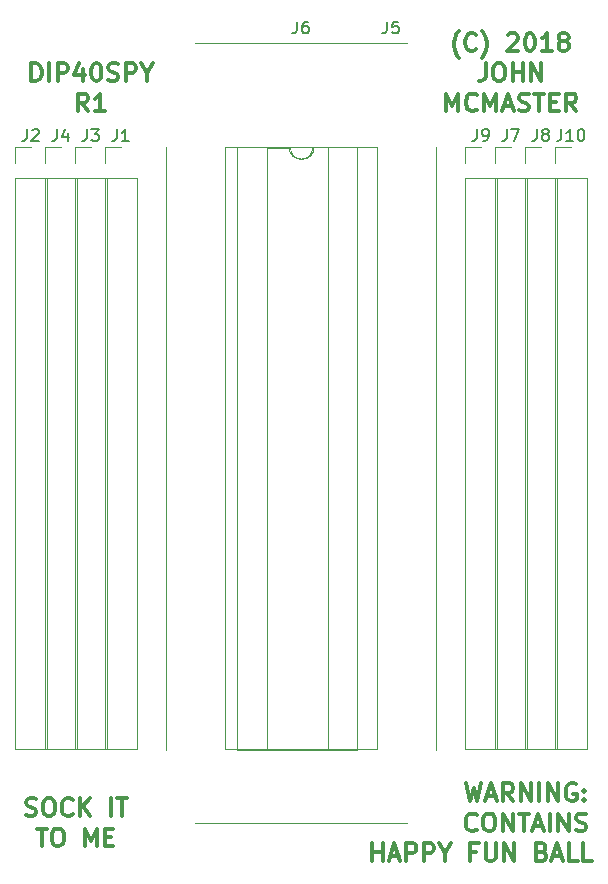
<source format=gbr>
G04 #@! TF.FileFunction,Legend,Top*
%FSLAX46Y46*%
G04 Gerber Fmt 4.6, Leading zero omitted, Abs format (unit mm)*
G04 Created by KiCad (PCBNEW 4.0.7-e2-6376~58~ubuntu16.04.1) date Tue Aug  7 11:06:41 2018*
%MOMM*%
%LPD*%
G01*
G04 APERTURE LIST*
%ADD10C,0.100000*%
%ADD11C,0.300000*%
%ADD12C,0.120000*%
%ADD13C,0.150000*%
G04 APERTURE END LIST*
D10*
D11*
X201938571Y-157923571D02*
X202295714Y-159423571D01*
X202581428Y-158352143D01*
X202867142Y-159423571D01*
X203224285Y-157923571D01*
X203724285Y-158995000D02*
X204438571Y-158995000D01*
X203581428Y-159423571D02*
X204081428Y-157923571D01*
X204581428Y-159423571D01*
X205938571Y-159423571D02*
X205438571Y-158709286D01*
X205081428Y-159423571D02*
X205081428Y-157923571D01*
X205652856Y-157923571D01*
X205795714Y-157995000D01*
X205867142Y-158066429D01*
X205938571Y-158209286D01*
X205938571Y-158423571D01*
X205867142Y-158566429D01*
X205795714Y-158637857D01*
X205652856Y-158709286D01*
X205081428Y-158709286D01*
X206581428Y-159423571D02*
X206581428Y-157923571D01*
X207438571Y-159423571D01*
X207438571Y-157923571D01*
X208152857Y-159423571D02*
X208152857Y-157923571D01*
X208867143Y-159423571D02*
X208867143Y-157923571D01*
X209724286Y-159423571D01*
X209724286Y-157923571D01*
X211224286Y-157995000D02*
X211081429Y-157923571D01*
X210867143Y-157923571D01*
X210652858Y-157995000D01*
X210510000Y-158137857D01*
X210438572Y-158280714D01*
X210367143Y-158566429D01*
X210367143Y-158780714D01*
X210438572Y-159066429D01*
X210510000Y-159209286D01*
X210652858Y-159352143D01*
X210867143Y-159423571D01*
X211010000Y-159423571D01*
X211224286Y-159352143D01*
X211295715Y-159280714D01*
X211295715Y-158780714D01*
X211010000Y-158780714D01*
X211938572Y-159280714D02*
X212010000Y-159352143D01*
X211938572Y-159423571D01*
X211867143Y-159352143D01*
X211938572Y-159280714D01*
X211938572Y-159423571D01*
X211938572Y-158495000D02*
X212010000Y-158566429D01*
X211938572Y-158637857D01*
X211867143Y-158566429D01*
X211938572Y-158495000D01*
X211938572Y-158637857D01*
X202831429Y-161830714D02*
X202760000Y-161902143D01*
X202545714Y-161973571D01*
X202402857Y-161973571D01*
X202188572Y-161902143D01*
X202045714Y-161759286D01*
X201974286Y-161616429D01*
X201902857Y-161330714D01*
X201902857Y-161116429D01*
X201974286Y-160830714D01*
X202045714Y-160687857D01*
X202188572Y-160545000D01*
X202402857Y-160473571D01*
X202545714Y-160473571D01*
X202760000Y-160545000D01*
X202831429Y-160616429D01*
X203760000Y-160473571D02*
X204045714Y-160473571D01*
X204188572Y-160545000D01*
X204331429Y-160687857D01*
X204402857Y-160973571D01*
X204402857Y-161473571D01*
X204331429Y-161759286D01*
X204188572Y-161902143D01*
X204045714Y-161973571D01*
X203760000Y-161973571D01*
X203617143Y-161902143D01*
X203474286Y-161759286D01*
X203402857Y-161473571D01*
X203402857Y-160973571D01*
X203474286Y-160687857D01*
X203617143Y-160545000D01*
X203760000Y-160473571D01*
X205045715Y-161973571D02*
X205045715Y-160473571D01*
X205902858Y-161973571D01*
X205902858Y-160473571D01*
X206402858Y-160473571D02*
X207260001Y-160473571D01*
X206831430Y-161973571D02*
X206831430Y-160473571D01*
X207688572Y-161545000D02*
X208402858Y-161545000D01*
X207545715Y-161973571D02*
X208045715Y-160473571D01*
X208545715Y-161973571D01*
X209045715Y-161973571D02*
X209045715Y-160473571D01*
X209760001Y-161973571D02*
X209760001Y-160473571D01*
X210617144Y-161973571D01*
X210617144Y-160473571D01*
X211260001Y-161902143D02*
X211474287Y-161973571D01*
X211831430Y-161973571D01*
X211974287Y-161902143D01*
X212045716Y-161830714D01*
X212117144Y-161687857D01*
X212117144Y-161545000D01*
X212045716Y-161402143D01*
X211974287Y-161330714D01*
X211831430Y-161259286D01*
X211545716Y-161187857D01*
X211402858Y-161116429D01*
X211331430Y-161045000D01*
X211260001Y-160902143D01*
X211260001Y-160759286D01*
X211331430Y-160616429D01*
X211402858Y-160545000D01*
X211545716Y-160473571D01*
X211902858Y-160473571D01*
X212117144Y-160545000D01*
X194021429Y-164508571D02*
X194021429Y-163008571D01*
X194021429Y-163722857D02*
X194878572Y-163722857D01*
X194878572Y-164508571D02*
X194878572Y-163008571D01*
X195521429Y-164080000D02*
X196235715Y-164080000D01*
X195378572Y-164508571D02*
X195878572Y-163008571D01*
X196378572Y-164508571D01*
X196878572Y-164508571D02*
X196878572Y-163008571D01*
X197450000Y-163008571D01*
X197592858Y-163080000D01*
X197664286Y-163151429D01*
X197735715Y-163294286D01*
X197735715Y-163508571D01*
X197664286Y-163651429D01*
X197592858Y-163722857D01*
X197450000Y-163794286D01*
X196878572Y-163794286D01*
X198378572Y-164508571D02*
X198378572Y-163008571D01*
X198950000Y-163008571D01*
X199092858Y-163080000D01*
X199164286Y-163151429D01*
X199235715Y-163294286D01*
X199235715Y-163508571D01*
X199164286Y-163651429D01*
X199092858Y-163722857D01*
X198950000Y-163794286D01*
X198378572Y-163794286D01*
X200164286Y-163794286D02*
X200164286Y-164508571D01*
X199664286Y-163008571D02*
X200164286Y-163794286D01*
X200664286Y-163008571D01*
X202807143Y-163722857D02*
X202307143Y-163722857D01*
X202307143Y-164508571D02*
X202307143Y-163008571D01*
X203021429Y-163008571D01*
X203592857Y-163008571D02*
X203592857Y-164222857D01*
X203664285Y-164365714D01*
X203735714Y-164437143D01*
X203878571Y-164508571D01*
X204164285Y-164508571D01*
X204307143Y-164437143D01*
X204378571Y-164365714D01*
X204450000Y-164222857D01*
X204450000Y-163008571D01*
X205164286Y-164508571D02*
X205164286Y-163008571D01*
X206021429Y-164508571D01*
X206021429Y-163008571D01*
X208378572Y-163722857D02*
X208592858Y-163794286D01*
X208664286Y-163865714D01*
X208735715Y-164008571D01*
X208735715Y-164222857D01*
X208664286Y-164365714D01*
X208592858Y-164437143D01*
X208450000Y-164508571D01*
X207878572Y-164508571D01*
X207878572Y-163008571D01*
X208378572Y-163008571D01*
X208521429Y-163080000D01*
X208592858Y-163151429D01*
X208664286Y-163294286D01*
X208664286Y-163437143D01*
X208592858Y-163580000D01*
X208521429Y-163651429D01*
X208378572Y-163722857D01*
X207878572Y-163722857D01*
X209307143Y-164080000D02*
X210021429Y-164080000D01*
X209164286Y-164508571D02*
X209664286Y-163008571D01*
X210164286Y-164508571D01*
X211378572Y-164508571D02*
X210664286Y-164508571D01*
X210664286Y-163008571D01*
X212592858Y-164508571D02*
X211878572Y-164508571D01*
X211878572Y-163008571D01*
X164695714Y-160622143D02*
X164910000Y-160693571D01*
X165267143Y-160693571D01*
X165410000Y-160622143D01*
X165481429Y-160550714D01*
X165552857Y-160407857D01*
X165552857Y-160265000D01*
X165481429Y-160122143D01*
X165410000Y-160050714D01*
X165267143Y-159979286D01*
X164981429Y-159907857D01*
X164838571Y-159836429D01*
X164767143Y-159765000D01*
X164695714Y-159622143D01*
X164695714Y-159479286D01*
X164767143Y-159336429D01*
X164838571Y-159265000D01*
X164981429Y-159193571D01*
X165338571Y-159193571D01*
X165552857Y-159265000D01*
X166481428Y-159193571D02*
X166767142Y-159193571D01*
X166910000Y-159265000D01*
X167052857Y-159407857D01*
X167124285Y-159693571D01*
X167124285Y-160193571D01*
X167052857Y-160479286D01*
X166910000Y-160622143D01*
X166767142Y-160693571D01*
X166481428Y-160693571D01*
X166338571Y-160622143D01*
X166195714Y-160479286D01*
X166124285Y-160193571D01*
X166124285Y-159693571D01*
X166195714Y-159407857D01*
X166338571Y-159265000D01*
X166481428Y-159193571D01*
X168624286Y-160550714D02*
X168552857Y-160622143D01*
X168338571Y-160693571D01*
X168195714Y-160693571D01*
X167981429Y-160622143D01*
X167838571Y-160479286D01*
X167767143Y-160336429D01*
X167695714Y-160050714D01*
X167695714Y-159836429D01*
X167767143Y-159550714D01*
X167838571Y-159407857D01*
X167981429Y-159265000D01*
X168195714Y-159193571D01*
X168338571Y-159193571D01*
X168552857Y-159265000D01*
X168624286Y-159336429D01*
X169267143Y-160693571D02*
X169267143Y-159193571D01*
X170124286Y-160693571D02*
X169481429Y-159836429D01*
X170124286Y-159193571D02*
X169267143Y-160050714D01*
X171910000Y-160693571D02*
X171910000Y-159193571D01*
X172410000Y-159193571D02*
X173267143Y-159193571D01*
X172838572Y-160693571D02*
X172838572Y-159193571D01*
X165588571Y-161743571D02*
X166445714Y-161743571D01*
X166017143Y-163243571D02*
X166017143Y-161743571D01*
X167231428Y-161743571D02*
X167517142Y-161743571D01*
X167660000Y-161815000D01*
X167802857Y-161957857D01*
X167874285Y-162243571D01*
X167874285Y-162743571D01*
X167802857Y-163029286D01*
X167660000Y-163172143D01*
X167517142Y-163243571D01*
X167231428Y-163243571D01*
X167088571Y-163172143D01*
X166945714Y-163029286D01*
X166874285Y-162743571D01*
X166874285Y-162243571D01*
X166945714Y-161957857D01*
X167088571Y-161815000D01*
X167231428Y-161743571D01*
X169660000Y-163243571D02*
X169660000Y-161743571D01*
X170160000Y-162815000D01*
X170660000Y-161743571D01*
X170660000Y-163243571D01*
X171374286Y-162457857D02*
X171874286Y-162457857D01*
X172088572Y-163243571D02*
X171374286Y-163243571D01*
X171374286Y-161743571D01*
X172088572Y-161743571D01*
X165144287Y-98463571D02*
X165144287Y-96963571D01*
X165501430Y-96963571D01*
X165715715Y-97035000D01*
X165858573Y-97177857D01*
X165930001Y-97320714D01*
X166001430Y-97606429D01*
X166001430Y-97820714D01*
X165930001Y-98106429D01*
X165858573Y-98249286D01*
X165715715Y-98392143D01*
X165501430Y-98463571D01*
X165144287Y-98463571D01*
X166644287Y-98463571D02*
X166644287Y-96963571D01*
X167358573Y-98463571D02*
X167358573Y-96963571D01*
X167930001Y-96963571D01*
X168072859Y-97035000D01*
X168144287Y-97106429D01*
X168215716Y-97249286D01*
X168215716Y-97463571D01*
X168144287Y-97606429D01*
X168072859Y-97677857D01*
X167930001Y-97749286D01*
X167358573Y-97749286D01*
X169501430Y-97463571D02*
X169501430Y-98463571D01*
X169144287Y-96892143D02*
X168787144Y-97963571D01*
X169715716Y-97963571D01*
X170572858Y-96963571D02*
X170715715Y-96963571D01*
X170858572Y-97035000D01*
X170930001Y-97106429D01*
X171001430Y-97249286D01*
X171072858Y-97535000D01*
X171072858Y-97892143D01*
X171001430Y-98177857D01*
X170930001Y-98320714D01*
X170858572Y-98392143D01*
X170715715Y-98463571D01*
X170572858Y-98463571D01*
X170430001Y-98392143D01*
X170358572Y-98320714D01*
X170287144Y-98177857D01*
X170215715Y-97892143D01*
X170215715Y-97535000D01*
X170287144Y-97249286D01*
X170358572Y-97106429D01*
X170430001Y-97035000D01*
X170572858Y-96963571D01*
X171644286Y-98392143D02*
X171858572Y-98463571D01*
X172215715Y-98463571D01*
X172358572Y-98392143D01*
X172430001Y-98320714D01*
X172501429Y-98177857D01*
X172501429Y-98035000D01*
X172430001Y-97892143D01*
X172358572Y-97820714D01*
X172215715Y-97749286D01*
X171930001Y-97677857D01*
X171787143Y-97606429D01*
X171715715Y-97535000D01*
X171644286Y-97392143D01*
X171644286Y-97249286D01*
X171715715Y-97106429D01*
X171787143Y-97035000D01*
X171930001Y-96963571D01*
X172287143Y-96963571D01*
X172501429Y-97035000D01*
X173144286Y-98463571D02*
X173144286Y-96963571D01*
X173715714Y-96963571D01*
X173858572Y-97035000D01*
X173930000Y-97106429D01*
X174001429Y-97249286D01*
X174001429Y-97463571D01*
X173930000Y-97606429D01*
X173858572Y-97677857D01*
X173715714Y-97749286D01*
X173144286Y-97749286D01*
X174930000Y-97749286D02*
X174930000Y-98463571D01*
X174430000Y-96963571D02*
X174930000Y-97749286D01*
X175430000Y-96963571D01*
X169930001Y-101013571D02*
X169430001Y-100299286D01*
X169072858Y-101013571D02*
X169072858Y-99513571D01*
X169644286Y-99513571D01*
X169787144Y-99585000D01*
X169858572Y-99656429D01*
X169930001Y-99799286D01*
X169930001Y-100013571D01*
X169858572Y-100156429D01*
X169787144Y-100227857D01*
X169644286Y-100299286D01*
X169072858Y-100299286D01*
X171358572Y-101013571D02*
X170501429Y-101013571D01*
X170930001Y-101013571D02*
X170930001Y-99513571D01*
X170787144Y-99727857D01*
X170644286Y-99870714D01*
X170501429Y-99942143D01*
X201347144Y-96490000D02*
X201275716Y-96418571D01*
X201132859Y-96204286D01*
X201061430Y-96061429D01*
X200990001Y-95847143D01*
X200918573Y-95490000D01*
X200918573Y-95204286D01*
X200990001Y-94847143D01*
X201061430Y-94632857D01*
X201132859Y-94490000D01*
X201275716Y-94275714D01*
X201347144Y-94204286D01*
X202775716Y-95775714D02*
X202704287Y-95847143D01*
X202490001Y-95918571D01*
X202347144Y-95918571D01*
X202132859Y-95847143D01*
X201990001Y-95704286D01*
X201918573Y-95561429D01*
X201847144Y-95275714D01*
X201847144Y-95061429D01*
X201918573Y-94775714D01*
X201990001Y-94632857D01*
X202132859Y-94490000D01*
X202347144Y-94418571D01*
X202490001Y-94418571D01*
X202704287Y-94490000D01*
X202775716Y-94561429D01*
X203275716Y-96490000D02*
X203347144Y-96418571D01*
X203490001Y-96204286D01*
X203561430Y-96061429D01*
X203632859Y-95847143D01*
X203704287Y-95490000D01*
X203704287Y-95204286D01*
X203632859Y-94847143D01*
X203561430Y-94632857D01*
X203490001Y-94490000D01*
X203347144Y-94275714D01*
X203275716Y-94204286D01*
X205490001Y-94561429D02*
X205561430Y-94490000D01*
X205704287Y-94418571D01*
X206061430Y-94418571D01*
X206204287Y-94490000D01*
X206275716Y-94561429D01*
X206347144Y-94704286D01*
X206347144Y-94847143D01*
X206275716Y-95061429D01*
X205418573Y-95918571D01*
X206347144Y-95918571D01*
X207275715Y-94418571D02*
X207418572Y-94418571D01*
X207561429Y-94490000D01*
X207632858Y-94561429D01*
X207704287Y-94704286D01*
X207775715Y-94990000D01*
X207775715Y-95347143D01*
X207704287Y-95632857D01*
X207632858Y-95775714D01*
X207561429Y-95847143D01*
X207418572Y-95918571D01*
X207275715Y-95918571D01*
X207132858Y-95847143D01*
X207061429Y-95775714D01*
X206990001Y-95632857D01*
X206918572Y-95347143D01*
X206918572Y-94990000D01*
X206990001Y-94704286D01*
X207061429Y-94561429D01*
X207132858Y-94490000D01*
X207275715Y-94418571D01*
X209204286Y-95918571D02*
X208347143Y-95918571D01*
X208775715Y-95918571D02*
X208775715Y-94418571D01*
X208632858Y-94632857D01*
X208490000Y-94775714D01*
X208347143Y-94847143D01*
X210061429Y-95061429D02*
X209918571Y-94990000D01*
X209847143Y-94918571D01*
X209775714Y-94775714D01*
X209775714Y-94704286D01*
X209847143Y-94561429D01*
X209918571Y-94490000D01*
X210061429Y-94418571D01*
X210347143Y-94418571D01*
X210490000Y-94490000D01*
X210561429Y-94561429D01*
X210632857Y-94704286D01*
X210632857Y-94775714D01*
X210561429Y-94918571D01*
X210490000Y-94990000D01*
X210347143Y-95061429D01*
X210061429Y-95061429D01*
X209918571Y-95132857D01*
X209847143Y-95204286D01*
X209775714Y-95347143D01*
X209775714Y-95632857D01*
X209847143Y-95775714D01*
X209918571Y-95847143D01*
X210061429Y-95918571D01*
X210347143Y-95918571D01*
X210490000Y-95847143D01*
X210561429Y-95775714D01*
X210632857Y-95632857D01*
X210632857Y-95347143D01*
X210561429Y-95204286D01*
X210490000Y-95132857D01*
X210347143Y-95061429D01*
X203597142Y-96968571D02*
X203597142Y-98040000D01*
X203525714Y-98254286D01*
X203382857Y-98397143D01*
X203168571Y-98468571D01*
X203025714Y-98468571D01*
X204597142Y-96968571D02*
X204882856Y-96968571D01*
X205025714Y-97040000D01*
X205168571Y-97182857D01*
X205239999Y-97468571D01*
X205239999Y-97968571D01*
X205168571Y-98254286D01*
X205025714Y-98397143D01*
X204882856Y-98468571D01*
X204597142Y-98468571D01*
X204454285Y-98397143D01*
X204311428Y-98254286D01*
X204239999Y-97968571D01*
X204239999Y-97468571D01*
X204311428Y-97182857D01*
X204454285Y-97040000D01*
X204597142Y-96968571D01*
X205882857Y-98468571D02*
X205882857Y-96968571D01*
X205882857Y-97682857D02*
X206740000Y-97682857D01*
X206740000Y-98468571D02*
X206740000Y-96968571D01*
X207454286Y-98468571D02*
X207454286Y-96968571D01*
X208311429Y-98468571D01*
X208311429Y-96968571D01*
X200275715Y-101018571D02*
X200275715Y-99518571D01*
X200775715Y-100590000D01*
X201275715Y-99518571D01*
X201275715Y-101018571D01*
X202847144Y-100875714D02*
X202775715Y-100947143D01*
X202561429Y-101018571D01*
X202418572Y-101018571D01*
X202204287Y-100947143D01*
X202061429Y-100804286D01*
X201990001Y-100661429D01*
X201918572Y-100375714D01*
X201918572Y-100161429D01*
X201990001Y-99875714D01*
X202061429Y-99732857D01*
X202204287Y-99590000D01*
X202418572Y-99518571D01*
X202561429Y-99518571D01*
X202775715Y-99590000D01*
X202847144Y-99661429D01*
X203490001Y-101018571D02*
X203490001Y-99518571D01*
X203990001Y-100590000D01*
X204490001Y-99518571D01*
X204490001Y-101018571D01*
X205132858Y-100590000D02*
X205847144Y-100590000D01*
X204990001Y-101018571D02*
X205490001Y-99518571D01*
X205990001Y-101018571D01*
X206418572Y-100947143D02*
X206632858Y-101018571D01*
X206990001Y-101018571D01*
X207132858Y-100947143D01*
X207204287Y-100875714D01*
X207275715Y-100732857D01*
X207275715Y-100590000D01*
X207204287Y-100447143D01*
X207132858Y-100375714D01*
X206990001Y-100304286D01*
X206704287Y-100232857D01*
X206561429Y-100161429D01*
X206490001Y-100090000D01*
X206418572Y-99947143D01*
X206418572Y-99804286D01*
X206490001Y-99661429D01*
X206561429Y-99590000D01*
X206704287Y-99518571D01*
X207061429Y-99518571D01*
X207275715Y-99590000D01*
X207704286Y-99518571D02*
X208561429Y-99518571D01*
X208132858Y-101018571D02*
X208132858Y-99518571D01*
X209061429Y-100232857D02*
X209561429Y-100232857D01*
X209775715Y-101018571D02*
X209061429Y-101018571D01*
X209061429Y-99518571D01*
X209775715Y-99518571D01*
X211275715Y-101018571D02*
X210775715Y-100304286D01*
X210418572Y-101018571D02*
X210418572Y-99518571D01*
X210990000Y-99518571D01*
X211132858Y-99590000D01*
X211204286Y-99661429D01*
X211275715Y-99804286D01*
X211275715Y-100018571D01*
X211204286Y-100161429D01*
X211132858Y-100232857D01*
X210990000Y-100304286D01*
X210418572Y-100304286D01*
D12*
X171390000Y-155000000D02*
X174050000Y-155000000D01*
X171390000Y-106680000D02*
X171390000Y-155000000D01*
X174050000Y-106680000D02*
X174050000Y-155000000D01*
X171390000Y-106680000D02*
X174050000Y-106680000D01*
X171390000Y-105410000D02*
X171390000Y-104080000D01*
X171390000Y-104080000D02*
X172720000Y-104080000D01*
X163770000Y-155000000D02*
X166430000Y-155000000D01*
X163770000Y-106680000D02*
X163770000Y-155000000D01*
X166430000Y-106680000D02*
X166430000Y-155000000D01*
X163770000Y-106680000D02*
X166430000Y-106680000D01*
X163770000Y-105410000D02*
X163770000Y-104080000D01*
X163770000Y-104080000D02*
X165100000Y-104080000D01*
X168850000Y-155000000D02*
X171510000Y-155000000D01*
X168850000Y-106680000D02*
X168850000Y-155000000D01*
X171510000Y-106680000D02*
X171510000Y-155000000D01*
X168850000Y-106680000D02*
X171510000Y-106680000D01*
X168850000Y-105410000D02*
X168850000Y-104080000D01*
X168850000Y-104080000D02*
X170180000Y-104080000D01*
X166310000Y-155000000D02*
X168970000Y-155000000D01*
X166310000Y-106680000D02*
X166310000Y-155000000D01*
X168970000Y-106680000D02*
X168970000Y-155000000D01*
X166310000Y-106680000D02*
X168970000Y-106680000D01*
X166310000Y-105410000D02*
X166310000Y-104080000D01*
X166310000Y-104080000D02*
X167640000Y-104080000D01*
X204410000Y-155000000D02*
X207070000Y-155000000D01*
X204410000Y-106680000D02*
X204410000Y-155000000D01*
X207070000Y-106680000D02*
X207070000Y-155000000D01*
X204410000Y-106680000D02*
X207070000Y-106680000D01*
X204410000Y-105410000D02*
X204410000Y-104080000D01*
X204410000Y-104080000D02*
X205740000Y-104080000D01*
X206950000Y-155000000D02*
X209610000Y-155000000D01*
X206950000Y-106680000D02*
X206950000Y-155000000D01*
X209610000Y-106680000D02*
X209610000Y-155000000D01*
X206950000Y-106680000D02*
X209610000Y-106680000D01*
X206950000Y-105410000D02*
X206950000Y-104080000D01*
X206950000Y-104080000D02*
X208280000Y-104080000D01*
X201870000Y-155000000D02*
X204530000Y-155000000D01*
X201870000Y-106680000D02*
X201870000Y-155000000D01*
X204530000Y-106680000D02*
X204530000Y-155000000D01*
X201870000Y-106680000D02*
X204530000Y-106680000D01*
X201870000Y-105410000D02*
X201870000Y-104080000D01*
X201870000Y-104080000D02*
X203200000Y-104080000D01*
X209490000Y-155000000D02*
X212150000Y-155000000D01*
X209490000Y-106680000D02*
X209490000Y-155000000D01*
X212150000Y-106680000D02*
X212150000Y-155000000D01*
X209490000Y-106680000D02*
X212150000Y-106680000D01*
X209490000Y-105410000D02*
X209490000Y-104080000D01*
X209490000Y-104080000D02*
X210820000Y-104080000D01*
X188960000Y-104080000D02*
G75*
G02X186960000Y-104080000I-1000000J0D01*
G01*
X186960000Y-104080000D02*
X181500000Y-104080000D01*
X181500000Y-104080000D02*
X181500000Y-155000000D01*
X181500000Y-155000000D02*
X194420000Y-155000000D01*
X194420000Y-155000000D02*
X194420000Y-104080000D01*
X194420000Y-104080000D02*
X188960000Y-104080000D01*
X176530000Y-104020000D02*
X176530000Y-155060000D01*
X179010000Y-161290000D02*
X196910000Y-161290000D01*
X199390000Y-155060000D02*
X199390000Y-104020000D01*
X196910000Y-95250000D02*
X179010000Y-95250000D01*
X189071000Y-104080000D02*
G75*
G02X187071000Y-104080000I-1000000J0D01*
G01*
X187071000Y-104140000D02*
X185056000Y-104140000D01*
X185056000Y-104080000D02*
X185056000Y-155000000D01*
X185056000Y-155000000D02*
X192659000Y-155000000D01*
X190229000Y-155000000D02*
X190229000Y-104080000D01*
X182566000Y-104020000D02*
X182566000Y-155060000D01*
X182566000Y-155060000D02*
X192659000Y-155060000D01*
X192719000Y-155060000D02*
X192719000Y-104020000D01*
X192659000Y-104013000D02*
X182566000Y-104020000D01*
D13*
X172386667Y-102532381D02*
X172386667Y-103246667D01*
X172339047Y-103389524D01*
X172243809Y-103484762D01*
X172100952Y-103532381D01*
X172005714Y-103532381D01*
X173386667Y-103532381D02*
X172815238Y-103532381D01*
X173100952Y-103532381D02*
X173100952Y-102532381D01*
X173005714Y-102675238D01*
X172910476Y-102770476D01*
X172815238Y-102818095D01*
X164766667Y-102532381D02*
X164766667Y-103246667D01*
X164719047Y-103389524D01*
X164623809Y-103484762D01*
X164480952Y-103532381D01*
X164385714Y-103532381D01*
X165195238Y-102627619D02*
X165242857Y-102580000D01*
X165338095Y-102532381D01*
X165576191Y-102532381D01*
X165671429Y-102580000D01*
X165719048Y-102627619D01*
X165766667Y-102722857D01*
X165766667Y-102818095D01*
X165719048Y-102960952D01*
X165147619Y-103532381D01*
X165766667Y-103532381D01*
X169846667Y-102532381D02*
X169846667Y-103246667D01*
X169799047Y-103389524D01*
X169703809Y-103484762D01*
X169560952Y-103532381D01*
X169465714Y-103532381D01*
X170227619Y-102532381D02*
X170846667Y-102532381D01*
X170513333Y-102913333D01*
X170656191Y-102913333D01*
X170751429Y-102960952D01*
X170799048Y-103008571D01*
X170846667Y-103103810D01*
X170846667Y-103341905D01*
X170799048Y-103437143D01*
X170751429Y-103484762D01*
X170656191Y-103532381D01*
X170370476Y-103532381D01*
X170275238Y-103484762D01*
X170227619Y-103437143D01*
X167306667Y-102532381D02*
X167306667Y-103246667D01*
X167259047Y-103389524D01*
X167163809Y-103484762D01*
X167020952Y-103532381D01*
X166925714Y-103532381D01*
X168211429Y-102865714D02*
X168211429Y-103532381D01*
X167973333Y-102484762D02*
X167735238Y-103199048D01*
X168354286Y-103199048D01*
X205406667Y-102532381D02*
X205406667Y-103246667D01*
X205359047Y-103389524D01*
X205263809Y-103484762D01*
X205120952Y-103532381D01*
X205025714Y-103532381D01*
X205787619Y-102532381D02*
X206454286Y-102532381D01*
X206025714Y-103532381D01*
X207946667Y-102532381D02*
X207946667Y-103246667D01*
X207899047Y-103389524D01*
X207803809Y-103484762D01*
X207660952Y-103532381D01*
X207565714Y-103532381D01*
X208565714Y-102960952D02*
X208470476Y-102913333D01*
X208422857Y-102865714D01*
X208375238Y-102770476D01*
X208375238Y-102722857D01*
X208422857Y-102627619D01*
X208470476Y-102580000D01*
X208565714Y-102532381D01*
X208756191Y-102532381D01*
X208851429Y-102580000D01*
X208899048Y-102627619D01*
X208946667Y-102722857D01*
X208946667Y-102770476D01*
X208899048Y-102865714D01*
X208851429Y-102913333D01*
X208756191Y-102960952D01*
X208565714Y-102960952D01*
X208470476Y-103008571D01*
X208422857Y-103056190D01*
X208375238Y-103151429D01*
X208375238Y-103341905D01*
X208422857Y-103437143D01*
X208470476Y-103484762D01*
X208565714Y-103532381D01*
X208756191Y-103532381D01*
X208851429Y-103484762D01*
X208899048Y-103437143D01*
X208946667Y-103341905D01*
X208946667Y-103151429D01*
X208899048Y-103056190D01*
X208851429Y-103008571D01*
X208756191Y-102960952D01*
X202866667Y-102532381D02*
X202866667Y-103246667D01*
X202819047Y-103389524D01*
X202723809Y-103484762D01*
X202580952Y-103532381D01*
X202485714Y-103532381D01*
X203390476Y-103532381D02*
X203580952Y-103532381D01*
X203676191Y-103484762D01*
X203723810Y-103437143D01*
X203819048Y-103294286D01*
X203866667Y-103103810D01*
X203866667Y-102722857D01*
X203819048Y-102627619D01*
X203771429Y-102580000D01*
X203676191Y-102532381D01*
X203485714Y-102532381D01*
X203390476Y-102580000D01*
X203342857Y-102627619D01*
X203295238Y-102722857D01*
X203295238Y-102960952D01*
X203342857Y-103056190D01*
X203390476Y-103103810D01*
X203485714Y-103151429D01*
X203676191Y-103151429D01*
X203771429Y-103103810D01*
X203819048Y-103056190D01*
X203866667Y-102960952D01*
X210010477Y-102532381D02*
X210010477Y-103246667D01*
X209962857Y-103389524D01*
X209867619Y-103484762D01*
X209724762Y-103532381D01*
X209629524Y-103532381D01*
X211010477Y-103532381D02*
X210439048Y-103532381D01*
X210724762Y-103532381D02*
X210724762Y-102532381D01*
X210629524Y-102675238D01*
X210534286Y-102770476D01*
X210439048Y-102818095D01*
X211629524Y-102532381D02*
X211724763Y-102532381D01*
X211820001Y-102580000D01*
X211867620Y-102627619D01*
X211915239Y-102722857D01*
X211962858Y-102913333D01*
X211962858Y-103151429D01*
X211915239Y-103341905D01*
X211867620Y-103437143D01*
X211820001Y-103484762D01*
X211724763Y-103532381D01*
X211629524Y-103532381D01*
X211534286Y-103484762D01*
X211486667Y-103437143D01*
X211439048Y-103341905D01*
X211391429Y-103151429D01*
X211391429Y-102913333D01*
X211439048Y-102722857D01*
X211486667Y-102627619D01*
X211534286Y-102580000D01*
X211629524Y-102532381D01*
X195246667Y-93432381D02*
X195246667Y-94146667D01*
X195199047Y-94289524D01*
X195103809Y-94384762D01*
X194960952Y-94432381D01*
X194865714Y-94432381D01*
X196199048Y-93432381D02*
X195722857Y-93432381D01*
X195675238Y-93908571D01*
X195722857Y-93860952D01*
X195818095Y-93813333D01*
X196056191Y-93813333D01*
X196151429Y-93860952D01*
X196199048Y-93908571D01*
X196246667Y-94003810D01*
X196246667Y-94241905D01*
X196199048Y-94337143D01*
X196151429Y-94384762D01*
X196056191Y-94432381D01*
X195818095Y-94432381D01*
X195722857Y-94384762D01*
X195675238Y-94337143D01*
X187626667Y-93432381D02*
X187626667Y-94146667D01*
X187579047Y-94289524D01*
X187483809Y-94384762D01*
X187340952Y-94432381D01*
X187245714Y-94432381D01*
X188531429Y-93432381D02*
X188340952Y-93432381D01*
X188245714Y-93480000D01*
X188198095Y-93527619D01*
X188102857Y-93670476D01*
X188055238Y-93860952D01*
X188055238Y-94241905D01*
X188102857Y-94337143D01*
X188150476Y-94384762D01*
X188245714Y-94432381D01*
X188436191Y-94432381D01*
X188531429Y-94384762D01*
X188579048Y-94337143D01*
X188626667Y-94241905D01*
X188626667Y-94003810D01*
X188579048Y-93908571D01*
X188531429Y-93860952D01*
X188436191Y-93813333D01*
X188245714Y-93813333D01*
X188150476Y-93860952D01*
X188102857Y-93908571D01*
X188055238Y-94003810D01*
M02*

</source>
